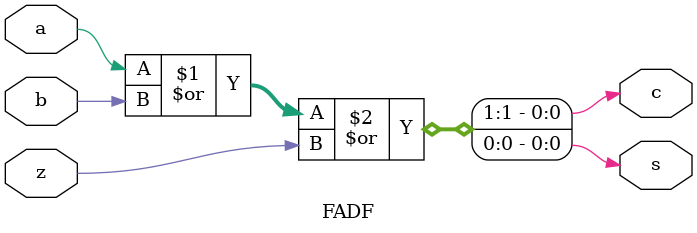
<source format=v>
`timescale 1ns / 1ps


module FADF(c,s,a,b,z);

input a,b,z;
output c,s;
wire c,s;
assign {c,s} = (a | b | z);
 
endmodule

</source>
